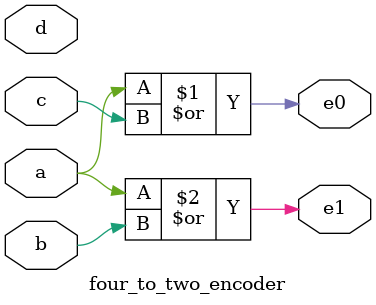
<source format=v>
`timescale 1ns / 1ps

/*
Company: Sogang University
Engineer: G_EEE3
Create Date: 2021/11/04 16:00:53
Module Name: four_to_two_encoder
*/

module four_to_two_encoder(
    input a, b, c, d,
    output e0, e1
);

assign e0 = a | c;
assign e1 = a | b;

endmodule
</source>
